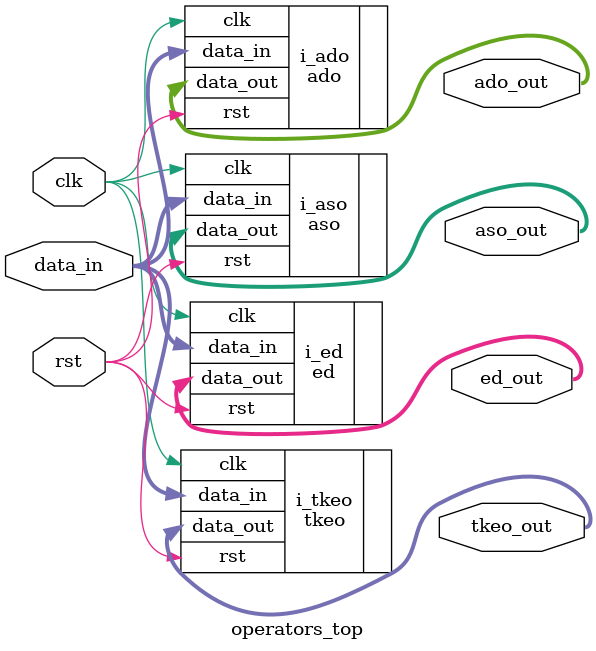
<source format=v>
/*
 * Copyright (c) 2024 Gabriel Galeote-Checa
 * SPDX-License-Identifier: Apache-2.0
 */

module operators_top #(
    parameter integer OUT_BITS = 29
)(
    input  wire                 clk,
    input  wire                 rst,
    input  wire signed [15:0]   data_in,
    
    // Outputs from all four operators
    output wire [OUT_BITS-1:0]  tkeo_out,
    output wire [OUT_BITS-1:0]  ed_out,
    output wire [15:0]          aso_out,
    output wire [15:0]          ado_out
);

    // 1. Teager-Kaiser Energy Operator
    tkeo #(
        .OUT_BITS(OUT_BITS),
        .SCALE_SH(1)
    ) i_tkeo (
        .clk(clk),
        .rst(rst),
        .data_in(data_in),
        .data_out(tkeo_out)
    );

    // 2. Energy of Derivative
    ed #(
        .K_DELAY(2),
        .OUT_BITS(OUT_BITS),
        .SCALE_SH(1)
    ) i_ed (
        .clk(clk),
        .rst(rst),
        .data_in(data_in),
        .data_out(ed_out)
    );

    // 3. Amplitude Slope Operator
    aso #(
        .K_DELAY(3),
        .OUT_BITS(16),
        .SCALE_SH(0)
    ) i_aso (
        .clk(clk),
        .rst(rst),
        .data_in(data_in),
        .data_out(aso_out)
    );

    // 4. Amplitude Difference Operator
    ado #(
        .K_DELAY(3),
        .OUT_BITS(16),
        .SCALE_SH(0)
    ) i_ado (
        .clk(clk),
        .rst(rst),
        .data_in(data_in),
        .data_out(ado_out)
    );

endmodule
</source>
